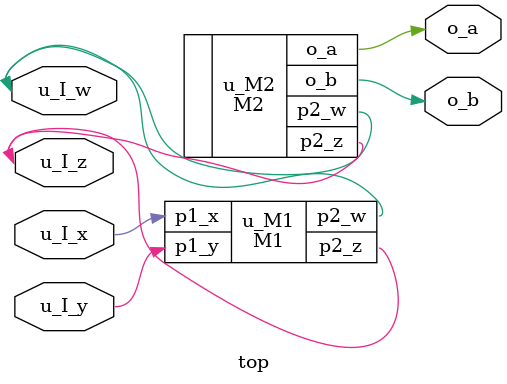
<source format=v>

module M2 ( p2_z, p2_w, o_a, o_b);
// pragma CVASTRPROP MODULE HDLICE HDL_MODULE_ATTRIBUTE "0 vlog atb"
output p2_z;
output p2_w;
output o_a;
output o_b;
Q_ASSIGN U0 ( .B(p2_z), .A(o_a));
Q_ASSIGN U1 ( .B(p2_w), .A(o_b));
endmodule

module M1 ( p1_y, p1_x, p2_z, p2_w);
// pragma CVASTRPROP MODULE HDLICE HDL_MODULE_ATTRIBUTE "0 vlog atb"
input p1_y;
input p1_x;
output p2_z;
output p2_w;
Q_AN02 U0 ( .A0(p1_y), .A1(p1_x), .Z(p2_z));
Q_XOR2 U1 ( .A0(p1_y), .A1(p1_x), .Z(p2_w));
endmodule

module top ( u_I_y, u_I_x, u_I_z, u_I_w, o_a, o_b);
// pragma CVASTRPROP MODULE HDLICE HDL_MODULE_ATTRIBUTE "0 vlog atb"
inout u_I_y;
inout u_I_x;
inout u_I_z;
inout u_I_w;
output o_a;
output o_b;
M1 u_M1 ( .p1_y( u_I_y), .p1_x( u_I_x), .p2_z( u_I_z), .p2_w( u_I_w));
M2 u_M2 ( .p2_z( u_I_z), .p2_w( u_I_w), .o_a( o_a), .o_b( o_b));
`ifdef Q_DISPLAY_BUFFER_USE
`ifdef CBV
`else
Q_DISPLAY_BUFFER Q_DISPLAY_BUFFER ();
`endif
`endif
`ifdef Q_HDL_ROOT_USE
Q_HDL_ROOT Q_HDL_ROOT ();
`endif
endmodule

</source>
